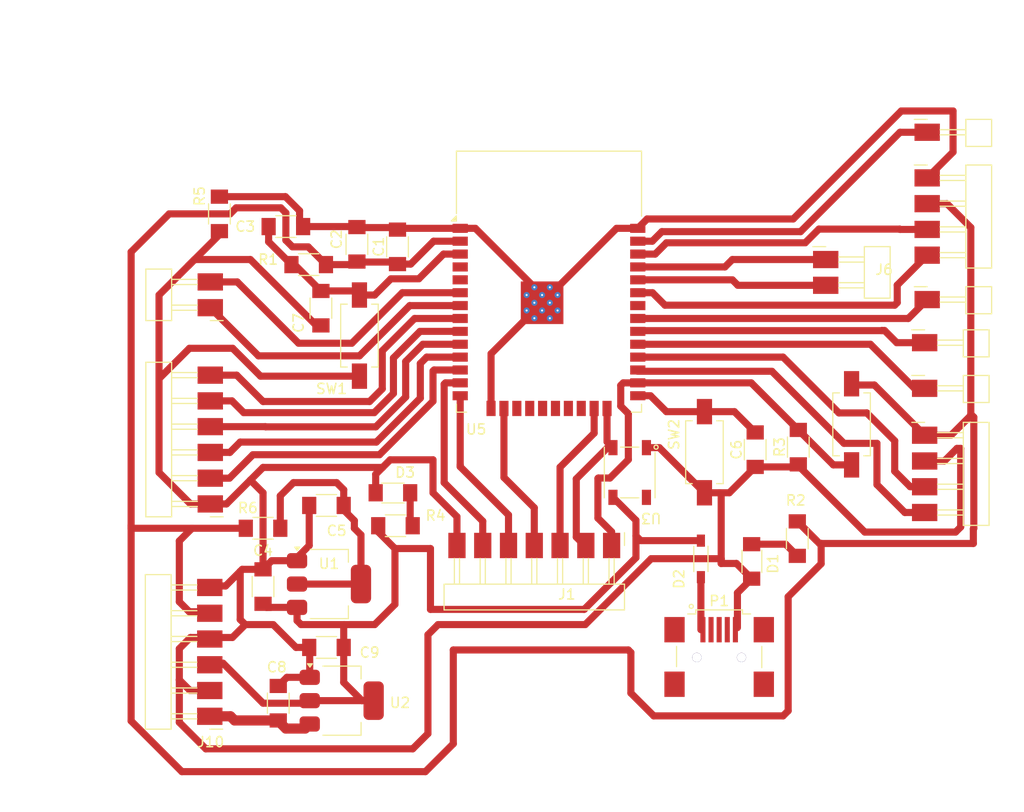
<source format=kicad_pcb>
(kicad_pcb
	(version 20240108)
	(generator "pcbnew")
	(generator_version "8.0")
	(general
		(thickness 1.6)
		(legacy_teardrops no)
	)
	(paper "A4")
	(layers
		(0 "F.Cu" signal)
		(31 "B.Cu" signal)
		(32 "B.Adhes" user "B.Adhesive")
		(33 "F.Adhes" user "F.Adhesive")
		(34 "B.Paste" user)
		(35 "F.Paste" user)
		(36 "B.SilkS" user "B.Silkscreen")
		(37 "F.SilkS" user "F.Silkscreen")
		(38 "B.Mask" user)
		(39 "F.Mask" user)
		(40 "Dwgs.User" user "User.Drawings")
		(41 "Cmts.User" user "User.Comments")
		(42 "Eco1.User" user "User.Eco1")
		(43 "Eco2.User" user "User.Eco2")
		(44 "Edge.Cuts" user)
		(45 "Margin" user)
		(46 "B.CrtYd" user "B.Courtyard")
		(47 "F.CrtYd" user "F.Courtyard")
		(48 "B.Fab" user)
		(49 "F.Fab" user)
		(50 "User.1" user)
		(51 "User.2" user)
		(52 "User.3" user)
		(53 "User.4" user)
		(54 "User.5" user)
		(55 "User.6" user)
		(56 "User.7" user)
		(57 "User.8" user)
		(58 "User.9" user)
	)
	(setup
		(pad_to_mask_clearance 0)
		(allow_soldermask_bridges_in_footprints no)
		(pcbplotparams
			(layerselection 0x00010fc_ffffffff)
			(plot_on_all_layers_selection 0x0000000_00000000)
			(disableapertmacros no)
			(usegerberextensions no)
			(usegerberattributes yes)
			(usegerberadvancedattributes yes)
			(creategerberjobfile yes)
			(dashed_line_dash_ratio 12.000000)
			(dashed_line_gap_ratio 3.000000)
			(svgprecision 4)
			(plotframeref no)
			(viasonmask no)
			(mode 1)
			(useauxorigin no)
			(hpglpennumber 1)
			(hpglpenspeed 20)
			(hpglpendiameter 15.000000)
			(pdf_front_fp_property_popups yes)
			(pdf_back_fp_property_popups yes)
			(dxfpolygonmode yes)
			(dxfimperialunits yes)
			(dxfusepcbnewfont yes)
			(psnegative no)
			(psa4output no)
			(plotreference yes)
			(plotvalue yes)
			(plotfptext yes)
			(plotinvisibletext no)
			(sketchpadsonfab no)
			(subtractmaskfromsilk no)
			(outputformat 1)
			(mirror no)
			(drillshape 1)
			(scaleselection 1)
			(outputdirectory "")
		)
	)
	(net 0 "")
	(net 1 "PWR_GND")
	(net 2 "PWR_3V3")
	(net 3 "/EN")
	(net 4 "/5V")
	(net 5 "/IO0")
	(net 6 "/VIN")
	(net 7 "Net-(D1-A)")
	(net 8 "Net-(D2-A)")
	(net 9 "Net-(D3-A)")
	(net 10 "/IO21{slash}SDA")
	(net 11 "/IO22{slash}SCL")
	(net 12 "/IO12")
	(net 13 "/IO13")
	(net 14 "/IO14")
	(net 15 "/IO2")
	(net 16 "/IO5{slash}CS")
	(net 17 "/IO15")
	(net 18 "/IO4")
	(net 19 "/IO25")
	(net 20 "/IO27")
	(net 21 "/IO23{slash}MOSI")
	(net 22 "/IO26")
	(net 23 "/IO33")
	(net 24 "/IO19{slash}MISO")
	(net 25 "/IO32")
	(net 26 "/IO17{slash}TX")
	(net 27 "/IO16{slash}RX")
	(net 28 "unconnected-(P1-D--Pad2)")
	(net 29 "unconnected-(P1-NC-Pad4)")
	(net 30 "unconnected-(P1-D+-Pad3)")
	(net 31 "/IO18{slash}CLK")
	(net 32 "/IO35")
	(net 33 "/IO34")
	(net 34 "unconnected-(U3-DOUT-Pad2)")
	(net 35 "/SD0")
	(net 36 "/CLK")
	(net 37 "/SD1")
	(net 38 "/Sens_VN")
	(net 39 "/IO3{slash}RXD0")
	(net 40 "/SD2")
	(net 41 "/IO1{slash}TXD0")
	(net 42 "/CSC")
	(net 43 "unconnected-(U5-NC-Pad32)")
	(net 44 "/SD3")
	(net 45 "/Sens_VP")
	(footprint "fab:PinHeader_1x02_P2.54mm_Horizontal_SMD" (layer "F.Cu") (at 114.95 44))
	(footprint "fab:PinHeader_1x04_P2.54mm_Horizontal_SMD" (layer "F.Cu") (at 124.7 61.325))
	(footprint "fab:C_1206" (layer "F.Cu") (at 61 87.75 90))
	(footprint "fab:SOD-123" (layer "F.Cu") (at 102.65 73.52 -90))
	(footprint "fab:PinHeader_1x01_P2.54mm_Horizontal_SMD" (layer "F.Cu") (at 124.7 52.2))
	(footprint "fab:C_1206" (layer "F.Cu") (at 59.5 76.25 90))
	(footprint "fab:LED_1206" (layer "F.Cu") (at 72.3 67))
	(footprint "fab:PinHeader_1x04_P2.54mm_Horizontal_SMD" (layer "F.Cu") (at 124.95 35.95))
	(footprint "fab:Button_CnK_PTS636.0_6x3.5mm" (layer "F.Cu") (at 117.5 60.25 90))
	(footprint "fab:PinHeader_1x01_P2.54mm_Horizontal_SMD" (layer "F.Cu") (at 124.95 31.45))
	(footprint "fab:C_1206" (layer "F.Cu") (at 65.75 82.25 180))
	(footprint "fab:C_1206" (layer "F.Cu") (at 61.75 40.75))
	(footprint "fab:Conn_USB_miniB_Socket_CUIDevices_UJ2-MBH-1-SMT-TR" (layer "F.Cu") (at 104.45 88.35))
	(footprint "fab:LED_1206" (layer "F.Cu") (at 107.65 73.77 90))
	(footprint "fab:R_1206" (layer "F.Cu") (at 64 44.5 180))
	(footprint "fab:R_1206" (layer "F.Cu") (at 112.15 71.52 -90))
	(footprint "fab:Button_CnK_PTS636.0_6x3.5mm" (layer "F.Cu") (at 103 63 90))
	(footprint "fab:PinHeader_1x01_P2.54mm_Horizontal_SMD" (layer "F.Cu") (at 124.7 56.7))
	(footprint "fab:LED_ADDR_Worldsemi_WS2812B" (layer "F.Cu") (at 95.6325 65 90))
	(footprint "fab:R_1206" (layer "F.Cu") (at 112.25 62.5 90))
	(footprint "fab:PinHeader_1x02_P2.54mm_Horizontal_SMD" (layer "F.Cu") (at 54.3 48.75 180))
	(footprint "fab:Button_CnK_PTS636.0_6x3.5mm" (layer "F.Cu") (at 69 51.5 90))
	(footprint "Package_TO_SOT_SMD:SOT-223-3_TabPin2" (layer "F.Cu") (at 67.25 87.5))
	(footprint "fab:R_1206" (layer "F.Cu") (at 72.55 70.25))
	(footprint "fab:PinHeader_1x07_P2.54mm_Horizontal_SMD" (layer "F.Cu") (at 93.85 72.2 -90))
	(footprint "fab:C_1206" (layer "F.Cu") (at 72.75 42.75 90))
	(footprint "Package_TO_SOT_SMD:SOT-223-3_TabPin2" (layer "F.Cu") (at 66 76))
	(footprint "fab:PinHeader_1x01_P2.54mm_Horizontal_SMD" (layer "F.Cu") (at 124.95 47.95))
	(footprint "fab:PinHeader_1x06_P2.54mm_Horizontal_SMD" (layer "F.Cu") (at 54.25 89.04 180))
	(footprint "fab:C_1206" (layer "F.Cu") (at 65.2025 48.7975 90))
	(footprint "RF_Module:ESP32-WROOM-32" (layer "F.Cu") (at 87.68 49.1725))
	(footprint "fab:PinHeader_1x06_P2.54mm_Horizontal_SMD" (layer "F.Cu") (at 54.3 68.1 180))
	(footprint "fab:C_1206" (layer "F.Cu") (at 65.75 68.25 180))
	(footprint "fab:C_1206" (layer "F.Cu") (at 108 62.75 90))
	(footprint "fab:C_1206" (layer "F.Cu") (at 68.75 42.5 90))
	(footprint "fab:R_1206"
		(layer "F.Cu")
		(uuid "f8e96b46-4c32-4552-a985-96b24b338a9e")
		(at 55.2 39.5 90)
		(descr "Resistor SMD 1206, hand soldering")
		(tags "resistor 1206")
		(property "Reference" "R5"
			(at 1.75 -1.95 -90)
			(layer "F.SilkS")
			(uuid "d9bdf27d-f1f9-431e-a4d8-3e1c7eb8659c")
			(effects
				(font
					(size 1 1)
					(thickness 0.15)
				)
			)
		)
		(property "Value" "R_1206"
			(at 0 1.9 -90)
			(layer "F.Fab")
			(uuid "2d48d710-8067-4319-9999-994711ab3b1b")
			(effects
				(font
					(size 1 1)
					(thickness 0.15)
				)
			)
		)
		(property "Footprint" "fab:R_1206"
			(at 0 0 90)
			(unlocked ye
... [63247 chars truncated]
</source>
